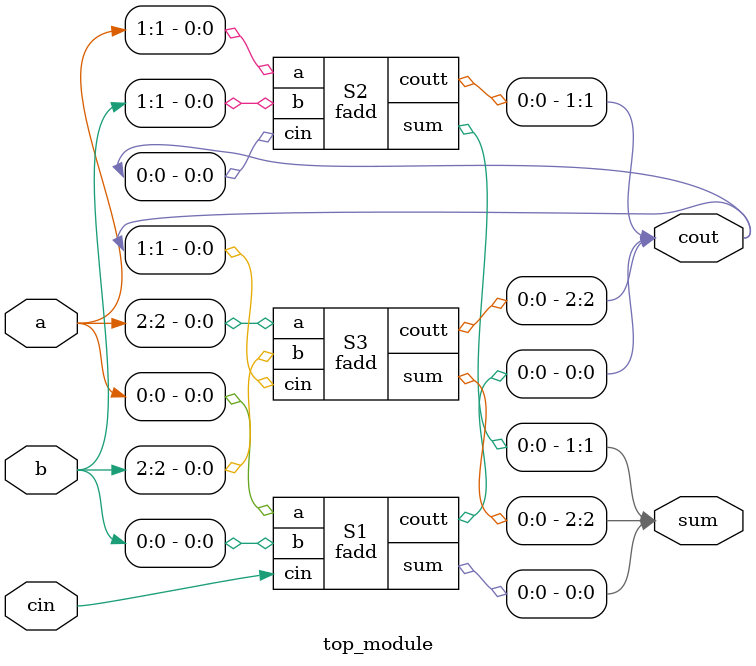
<source format=v>
module fadd(input a,b,cin,output sum,coutt);
    assign {coutt,sum}= a+b+cin;
endmodule

module top_module( 
    input [2:0] a, b,
    input cin,
    output [2:0] cout,
    output [2:0] sum );
   
    fadd S1(a[0],b[0],cin,sum[0],cout[0]);
    fadd S2(a[1],b[1],cout[0],sum[1],cout[1]);
    fadd S3(a[2],b[2],cout[1],sum[2],cout[2]);
endmodule

</source>
